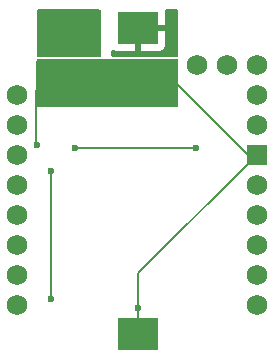
<source format=gbr>
%TF.GenerationSoftware,KiCad,Pcbnew,9.0.6*%
%TF.CreationDate,2025-11-18T16:50:12-05:00*%
%TF.ProjectId,Rev. 3,5265762e-2033-42e6-9b69-6361645f7063,rev?*%
%TF.SameCoordinates,Original*%
%TF.FileFunction,Copper,L4,Bot*%
%TF.FilePolarity,Positive*%
%FSLAX46Y46*%
G04 Gerber Fmt 4.6, Leading zero omitted, Abs format (unit mm)*
G04 Created by KiCad (PCBNEW 9.0.6) date 2025-11-18 16:50:12*
%MOMM*%
%LPD*%
G01*
G04 APERTURE LIST*
%TA.AperFunction,ComponentPad*%
%ADD10C,1.727200*%
%TD*%
%TA.AperFunction,ComponentPad*%
%ADD11R,1.727200X1.727200*%
%TD*%
%TA.AperFunction,SMDPad,CuDef*%
%ADD12R,3.510000X2.820000*%
%TD*%
%TA.AperFunction,ViaPad*%
%ADD13C,0.600000*%
%TD*%
%TA.AperFunction,Conductor*%
%ADD14C,0.200000*%
%TD*%
G04 APERTURE END LIST*
D10*
%TO.P,U2,1,A0*%
%TO.N,10{slash}A0*%
X208894267Y-77971767D03*
%TO.P,U2,2,A1*%
%TO.N,11{slash}A1*%
X208894267Y-80511767D03*
%TO.P,U2,3,SCLK*%
%TO.N,9{slash}SCLK*%
X208894267Y-83051767D03*
%TO.P,U2,4,CIPO*%
%TO.N,7{slash}CIPO*%
X208894267Y-85591767D03*
%TO.P,U2,5,COPI*%
%TO.N,8{slash}COPI*%
X208894267Y-88131767D03*
%TO.P,U2,6,CS*%
%TO.N,6{slash}CS*%
X208894267Y-90671767D03*
%TO.P,U2,7,NC*%
%TO.N,unconnected-(U2-NC-Pad7)*%
X208894267Y-93211767D03*
%TO.P,U2,8,LPIO0*%
%TO.N,5{slash}LPIO0*%
X208894267Y-95751767D03*
%TO.P,U2,9,SDA1*%
%TO.N,4{slash}SDA1*%
X229214267Y-95751767D03*
%TO.P,U2,10,SCL1*%
%TO.N,3{slash}SCL1*%
X229214267Y-93211767D03*
%TO.P,U2,11,TX*%
%TO.N,2{slash}LPIO1{slash}TX*%
X229214267Y-90671767D03*
%TO.P,U2,12,RX*%
%TO.N,1{slash}LPIO2{slash}RX*%
X229214267Y-88131767D03*
%TO.P,U2,13,LPIO3*%
%TO.N,0{slash}LPIO3*%
X229214267Y-85591767D03*
D11*
%TO.P,U2,14,GND*%
%TO.N,GND*%
X229214267Y-83051767D03*
D10*
%TO.P,U2,15,VDDIO_EXT*%
%TO.N,VDDIO_EXT*%
X229214267Y-80511767D03*
%TO.P,U2,16,NC*%
%TO.N,unconnected-(U2-NC-Pad16)*%
X229214267Y-77971767D03*
%TO.P,U2,17,VIN*%
%TO.N,VIN*%
X229214267Y-75431767D03*
%TO.P,U2,18,NTC*%
%TO.N,unconnected-(U2-NTC-Pad18)*%
X226674267Y-75431767D03*
%TO.P,U2,19,VBAT*%
%TO.N,VBAT*%
X224134267Y-75431767D03*
%TD*%
D12*
%TO.P,BT1,N*%
%TO.N,GND*%
X219167767Y-98227767D03*
%TO.P,BT1,P*%
%TO.N,DIODE*%
X219167767Y-72367767D03*
%TD*%
D13*
%TO.N,GND*%
X210581165Y-82267767D03*
X221300000Y-76900000D03*
X219167767Y-96067767D03*
%TO.N,VBAT*%
X213867767Y-82467767D03*
X224100000Y-82500000D03*
%TO.N,Net-(U3-~{WP}{slash}IO_{2})*%
X211767767Y-84432767D03*
X211767767Y-95267767D03*
%TO.N,DIODE*%
X219200000Y-71300000D03*
%TD*%
D14*
%TO.N,GND*%
X228451767Y-83051767D02*
X222300000Y-76900000D01*
X219167767Y-98227767D02*
X219167767Y-93098267D01*
X210567767Y-82254369D02*
X210567767Y-77567767D01*
X210581165Y-82267767D02*
X210567767Y-82254369D01*
X219167767Y-96067767D02*
X219167767Y-98227767D01*
X219167767Y-93098267D02*
X229214267Y-83051767D01*
X229214267Y-83051767D02*
X228451767Y-83051767D01*
X222300000Y-76900000D02*
X221300000Y-76900000D01*
X210567767Y-77567767D02*
X211267767Y-76867767D01*
%TO.N,VBAT*%
X213900000Y-82500000D02*
X213867767Y-82467767D01*
X224100000Y-82500000D02*
X213900000Y-82500000D01*
%TO.N,Net-(U3-~{WP}{slash}IO_{2})*%
X211767767Y-84432767D02*
X211767767Y-95267767D01*
%TO.N,DIODE*%
X219167767Y-72367767D02*
X219167767Y-71332233D01*
X219167767Y-71332233D02*
X219200000Y-71300000D01*
%TD*%
%TA.AperFunction,Conductor*%
%TO.N,DIODE*%
G36*
X222510806Y-70787452D02*
G01*
X222556561Y-70840256D01*
X222567767Y-70891767D01*
X222567767Y-74638267D01*
X222548082Y-74705306D01*
X222495278Y-74751061D01*
X222443767Y-74762267D01*
X217041767Y-74762267D01*
X216974728Y-74742582D01*
X216928973Y-74689778D01*
X216917767Y-74638267D01*
X216917767Y-74279513D01*
X216937452Y-74212474D01*
X216990256Y-74166719D01*
X217059414Y-74156775D01*
X217116078Y-74180247D01*
X217170673Y-74221117D01*
X217170680Y-74221121D01*
X217305387Y-74271363D01*
X217305394Y-74271365D01*
X217364922Y-74277766D01*
X217364939Y-74277767D01*
X218917767Y-74277767D01*
X219417767Y-74277767D01*
X220970595Y-74277767D01*
X220970611Y-74277766D01*
X221030139Y-74271365D01*
X221030146Y-74271363D01*
X221164853Y-74221121D01*
X221164860Y-74221117D01*
X221279954Y-74134957D01*
X221279957Y-74134954D01*
X221366117Y-74019860D01*
X221366121Y-74019853D01*
X221416363Y-73885146D01*
X221416365Y-73885139D01*
X221422766Y-73825611D01*
X221422767Y-73825594D01*
X221422767Y-72617767D01*
X219417767Y-72617767D01*
X219417767Y-74277767D01*
X218917767Y-74277767D01*
X218917767Y-72491767D01*
X218937452Y-72424728D01*
X218990256Y-72378973D01*
X219041767Y-72367767D01*
X219167767Y-72367767D01*
X219167767Y-72241767D01*
X219187452Y-72174728D01*
X219240256Y-72128973D01*
X219291767Y-72117767D01*
X221422767Y-72117767D01*
X221422767Y-70909939D01*
X221422766Y-70909932D01*
X221422239Y-70905027D01*
X221434642Y-70836267D01*
X221482250Y-70785128D01*
X221545528Y-70767767D01*
X222443767Y-70767767D01*
X222510806Y-70787452D01*
G37*
%TD.AperFunction*%
%TD*%
%TA.AperFunction,Conductor*%
%TO.N,GND*%
G36*
X222510806Y-74987452D02*
G01*
X222556561Y-75040256D01*
X222567767Y-75091767D01*
X222567767Y-78943767D01*
X222548082Y-79010806D01*
X222495278Y-79056561D01*
X222443767Y-79067767D01*
X217467767Y-79067767D01*
X210691767Y-79067767D01*
X210624728Y-79048082D01*
X210578973Y-78995278D01*
X210567767Y-78943767D01*
X210567767Y-75091767D01*
X210587452Y-75024728D01*
X210640256Y-74978973D01*
X210691767Y-74967767D01*
X222443767Y-74967767D01*
X222510806Y-74987452D01*
G37*
%TD.AperFunction*%
%TD*%
%TA.AperFunction,Conductor*%
%TO.N,VIN*%
G36*
X215967578Y-70787452D02*
G01*
X216013333Y-70840256D01*
X216024539Y-70891767D01*
X216024539Y-74638267D01*
X216004854Y-74705306D01*
X215952050Y-74751061D01*
X215900539Y-74762267D01*
X210698539Y-74762267D01*
X210631500Y-74742582D01*
X210585745Y-74689778D01*
X210574539Y-74638267D01*
X210574539Y-70891767D01*
X210594224Y-70824728D01*
X210647028Y-70778973D01*
X210698539Y-70767767D01*
X215900539Y-70767767D01*
X215967578Y-70787452D01*
G37*
%TD.AperFunction*%
%TD*%
M02*

</source>
